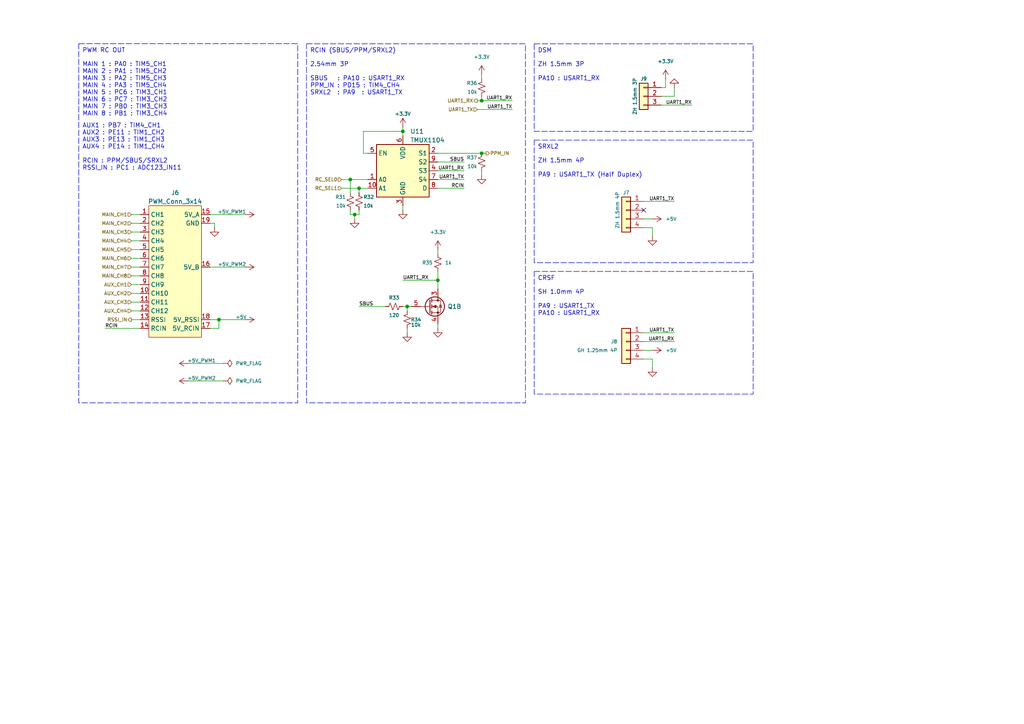
<source format=kicad_sch>
(kicad_sch (version 20250114) (generator "eeschema") (generator_version "9.0")
  (paper "A4")
  (title_block (title "STM32 Flight Controller") (date "2025-06-23") (rev "2.0.0 (WIP)") (company "NARAE") (comment 1 "INHA Univ. Areo-modelling Club") (comment 2 "2024 Winter UAV Project ") (comment 3 "Reversion 2"))
  (lib_symbols
    (symbol "Connector_Generic:Conn_01x03" (pin_names (offset 1.016) (hide yes))
      (property "Reference" "J" (at 0 5.08 0))
      (property "Value" "Conn_01x03" (at 0 -5.08 0))
      (symbol "Conn_01x03_1_1"
        (rectangle (start -1.27 3.81) (end 1.27 -3.81) (stroke (width 0.254)) (fill (type background)))
        (rectangle (start -1.27 2.667) (end 0 2.413) (stroke (width 0.1524)))
        (rectangle (start -1.27 0.127) (end 0 -0.127) (stroke (width 0.1524)))
        (rectangle (start -1.27 -2.413) (end 0 -2.667) (stroke (width 0.1524)))
        (pin passive line (at -5.08 2.54 0) (length 3.81) (name "Pin_1") (number "1"))
        (pin passive line (at -5.08 0 0) (length 3.81) (name "Pin_2") (number "2"))
        (pin passive line (at -5.08 -2.54 0) (length 3.81) (name "Pin_3") (number "3"))
      )
    )
    (symbol "Connector_Generic:Conn_01x04" (pin_names (offset 1.016) (hide yes))
      (property "Reference" "J" (at 0 5.08 0))
      (property "Value" "Conn_01x04" (at 0 -7.62 0))
      (symbol "Conn_01x04_1_1"
        (rectangle (start -1.27 3.81) (end 1.27 -6.35) (stroke (width 0.254)) (fill (type background)))
        (rectangle (start -1.27 2.667) (end 0 2.413) (stroke (width 0.1524)))
        (rectangle (start -1.27 0.127) (end 0 -0.127) (stroke (width 0.1524)))
        (rectangle (start -1.27 -2.413) (end 0 -2.667) (stroke (width 0.1524)))
        (rectangle (start -1.27 -4.953) (end 0 -5.207) (stroke (width 0.1524)))
        (pin passive line (at -5.08 2.54 0) (length 3.81) (name "Pin_1") (number "1"))
        (pin passive line (at -5.08 0 0) (length 3.81) (name "Pin_2") (number "2"))
        (pin passive line (at -5.08 -2.54 0) (length 3.81) (name "Pin_3") (number "3"))
        (pin passive line (at -5.08 -5.08 0) (length 3.81) (name "Pin_4") (number "4"))
      )
    )
    (symbol "Device:R_Small_US" (pin_numbers (hide yes)) (pin_names (offset 0.254) (hide yes))
      (property "Reference" "R" (at 0.762 0.508 0))
      (property "Value" "R_Small_US" (at 0.762 -1.016 0))
      (symbol "R_Small_US_1_1"
        (polyline (pts (xy 0 1.524) (xy 1.016 1.143) (xy 0 0.762) (xy -1.016 0.381) (xy 0 0)))
        (polyline (pts (xy 0 0) (xy 1.016 -0.381) (xy 0 -0.762) (xy -1.016 -1.143) (xy 0 -1.524)))
        (pin passive line (at 0 2.54 270) (length 1.016) (name "~") (number "1"))
        (pin passive line (at 0 -2.54 90) (length 1.016) (name "~") (number "2"))
      )
    )
    (symbol "Nexperia_PMD:PMDPB30XN" (pin_names (offset 0) (hide yes))
      (property "Reference" "Q" (at 5.08 1.905 0))
      (property "Value" "PMDPB30XN" (at 5.08 0 0))
      (symbol "PMDPB30XN_0_1"
        (polyline (pts (xy 0.254 1.905) (xy 0.254 -1.905)) (stroke (width 0.254)))
        (polyline (pts (xy 0.254 0) (xy -2.54 0)))
        (polyline (pts (xy 0.762 2.286) (xy 0.762 1.27)) (stroke (width 0.254)))
        (polyline (pts (xy 0.762 0.508) (xy 0.762 -0.508)) (stroke (width 0.254)))
        (polyline (pts (xy 0.762 -1.27) (xy 0.762 -2.286)) (stroke (width 0.254)))
        (polyline (pts (xy 0.762 -1.778) (xy 3.302 -1.778) (xy 3.302 1.778) (xy 0.762 1.778)))
        (polyline (pts (xy 1.016 0) (xy 2.032 0.381) (xy 2.032 -0.381) (xy 1.016 0)) (fill (type outline)))
        (circle (center 1.651 0) (radius 2.794) (stroke (width 0.254)))
        (polyline (pts (xy 2.54 2.54) (xy 2.54 1.778)))
        (circle (center 2.54 1.778) (radius 0.254) (fill (type outline)))
        (circle (center 2.54 -1.778) (radius 0.254) (fill (type outline)))
        (polyline (pts (xy 2.54 -2.54) (xy 2.54 0) (xy 0.762 0)))
        (polyline (pts (xy 2.921 0.381) (xy 3.683 0.381)))
        (polyline (pts (xy 3.302 0.381) (xy 2.921 -0.254) (xy 3.683 -0.254) (xy 3.302 0.381)))
      )
      (symbol "PMDPB30XN_1_0"
        (pin passive line (at 2.54 5.08 270) (length 2.54) (hide yes) (name "D") (number "7"))
      )
      (symbol "PMDPB30XN_1_1"
        (pin input line (at -5.08 0 0) (length 2.54) (name "G") (number "2"))
        (pin passive line (at 2.54 5.08 270) (length 2.54) (name "D") (number "6"))
        (pin passive line (at 2.54 -5.08 90) (length 2.54) (name "S") (number "1"))
      )
      (symbol "PMDPB30XN_2_0"
        (pin passive line (at 2.54 5.08 270) (length 2.54) (hide yes) (name "D") (number "8"))
      )
      (symbol "PMDPB30XN_2_1"
        (pin input line (at -5.08 0 0) (length 2.54) (name "G") (number "5"))
        (pin passive line (at 2.54 5.08 270) (length 2.54) (name "D") (number "3"))
        (pin passive line (at 2.54 -5.08 90) (length 2.54) (name "S") (number "4"))
      )
    )
    (symbol "PWM_Connector:PWM_Conn_3x14"
      (property "Reference" "J" (at 0 22.098 0))
      (property "Value" "PWM_Conn_3x14" (at 0 20.066 0))
      (symbol "PWM_Conn_3x14_0_1"
        (rectangle (start -7.62 19.05) (end 7.62 -19.05) (fill (type background)))
      )
      (symbol "PWM_Conn_3x14_1_1"
        (pin bidirectional line (at -10.16 16.51 0) (length 2.54) (name "CH1") (number "1"))
        (pin bidirectional line (at -10.16 13.97 0) (length 2.54) (name "CH2") (number "2"))
        (pin bidirectional line (at -10.16 11.43 0) (length 2.54) (name "CH3") (number "3"))
        (pin bidirectional line (at -10.16 8.89 0) (length 2.54) (name "CH4") (number "4"))
        (pin bidirectional line (at -10.16 6.35 0) (length 2.54) (name "CH5") (number "5"))
        (pin bidirectional line (at -10.16 3.81 0) (length 2.54) (name "CH6") (number "6"))
        (pin bidirectional line (at -10.16 1.27 0) (length 2.54) (name "CH7") (number "7"))
        (pin bidirectional line (at -10.16 -1.27 0) (length 2.54) (name "CH8") (number "8"))
        (pin bidirectional line (at -10.16 -3.81 0) (length 2.54) (name "CH9") (number "9"))
        (pin bidirectional line (at -10.16 -6.35 0) (length 2.54) (name "CH10") (number "10"))
        (pin bidirectional line (at -10.16 -8.89 0) (length 2.54) (name "CH11") (number "11"))
        (pin bidirectional line (at -10.16 -11.43 0) (length 2.54) (name "CH12") (number "12"))
        (pin bidirectional line (at -10.16 -13.97 0) (length 2.54) (name "RSSI") (number "13"))
        (pin bidirectional line (at -10.16 -16.51 0) (length 2.54) (name "RCIN") (number "14"))
        (pin passive line (at 10.16 16.51 180) (length 2.54) (name "5V_A") (number "15"))
        (pin passive line (at 10.16 13.97 180) (length 2.54) (name "GND") (number "19"))
        (pin passive line (at 10.16 1.27 180) (length 2.54) (name "5V_B") (number "16"))
        (pin passive line (at 10.16 -13.97 180) (length 2.54) (name "5V_RSSI") (number "18"))
        (pin passive line (at 10.16 -16.51 180) (length 2.54) (name "5V_RCIN") (number "17"))
      )
    )
    (symbol "TMUX1104:TMUX1104"
      (property "Reference" "U" (at 0 0 0))
      (symbol "TMUX1104_0_1"
        (rectangle (start -7.62 7.62) (end 7.62 -7.62) (stroke (width 0.254)) (fill (type background)))
      )
      (symbol "TMUX1104_1_1"
        (pin input line (at -10.16 5.08 0) (length 2.54) (name "EN") (number "5"))
        (pin input line (at -10.16 -2.54 0) (length 2.54) (name "A0") (number "1"))
        (pin input line (at -10.16 -5.08 0) (length 2.54) (name "A1") (number "10"))
        (pin power_in line (at 0 10.16 270) (length 2.54) (name "VDD") (number "6"))
        (pin power_in line (at 0 -10.16 90) (length 2.54) (name "GND") (number "3"))
        (pin passive line (at 10.16 5.08 180) (length 2.54) (name "S1") (number "2"))
        (pin passive line (at 10.16 2.54 180) (length 2.54) (name "S2") (number "9"))
        (pin passive line (at 10.16 0 180) (length 2.54) (name "S3") (number "4"))
        (pin passive line (at 10.16 -2.54 180) (length 2.54) (name "S4") (number "7"))
        (pin passive line (at 10.16 -5.08 180) (length 2.54) (name "D") (number "8"))
      )
    )
    (symbol "power:+3.3V" (power) (pin_numbers (hide yes)) (pin_names (offset 0) (hide yes))
      (property "Value" "+3.3V" (at 0 3.556 0))
      (symbol "+3.3V_0_1"
        (polyline (pts (xy -0.762 1.27) (xy 0 2.54)))
        (polyline (pts (xy 0 2.54) (xy 0.762 1.27)))
        (polyline (pts (xy 0 0) (xy 0 2.54)))
      )
      (symbol "+3.3V_1_1"
        (pin power_in line (at 0 0 90) (length 0) (name "~") (number "1"))
      )
    )
    (symbol "power:+5V" (power) (pin_numbers (hide yes)) (pin_names (offset 0) (hide yes))
      (property "Value" "+5V" (at 0 3.556 0))
      (symbol "+5V_0_1"
        (polyline (pts (xy -0.762 1.27) (xy 0 2.54)))
        (polyline (pts (xy 0 2.54) (xy 0.762 1.27)))
        (polyline (pts (xy 0 0) (xy 0 2.54)))
      )
      (symbol "+5V_1_1"
        (pin power_in line (at 0 0 90) (length 0) (name "~") (number "1"))
      )
    )
    (symbol "power:GND" (power) (pin_numbers (hide yes)) (pin_names (offset 0) (hide yes))
      (property "Value" "GND" (at 0 -3.81 0))
      (symbol "GND_0_1"
        (polyline (pts (xy 0 0) (xy 0 -1.27) (xy 1.27 -1.27) (xy 0 -2.54) (xy -1.27 -1.27) (xy 0 -1.27)))
      )
      (symbol "GND_1_1"
        (pin power_in line (at 0 0 270) (length 0) (name "~") (number "1"))
      )
    )
    (symbol "power:PWR_FLAG" (power) (pin_numbers (hide yes)) (pin_names (offset 0) (hide yes))
      (property "Value" "PWR_FLAG" (at 0 3.81 0))
      (symbol "PWR_FLAG_0_0"
        (pin power_out line (at 0 0 90) (length 0) (name "~") (number "1"))
      )
      (symbol "PWR_FLAG_0_1"
        (polyline (pts (xy 0 0) (xy 0 1.27) (xy -1.016 1.905) (xy 0 2.54) (xy 1.016 1.905) (xy 0 1.27)))
      )
    )
  )
  (rectangle (start 154.94 12.7) (end 218.44 38.1) (stroke (width 0) (type dash)))
  (rectangle (start 22.8481 12.6751) (end 86.3481 116.84) (stroke (width 0) (type dash)))
  (rectangle (start 154.94 78.74) (end 218.44 114.3) (stroke (width 0) (type dash)))
  (rectangle (start 88.9 12.7) (end 152.4 116.84) (stroke (width 0) (type dash)))
  (rectangle (start 154.94 40.64) (end 218.44 76.2) (stroke (width 0) (type dash)))
  (text "CRSF" (at 155.956 81.534 0) (effects (font (size 1.27 1.27)) (justify left bottom)))
  (text "RCIN (SBUS/PPM/SRXL2)" (at 89.916 15.494 0) (effects (font (size 1.27 1.27)) (justify left bottom)))
  (text "ZH 1.5mm 3P\n\nPA10 : USART1_RX" (at 155.956 18.034 0) (effects (font (size 1.27 1.27)) (justify left top)))
  (text "SRXL2" (at 155.956 43.434 0) (effects (font (size 1.27 1.27)) (justify left bottom)))
  (text "2.54mm 3P\n\nSBUS   : PA10 : USART1_RX\nPPM_IN : PD15 : TIM4_CH4\nSRXL2  : PA9  : USART1_TX\n" (at 89.916 18.034 0) (effects (font (size 1.27 1.27)) (justify left top)))
  (text "SH 1.0mm 4P\n\nPA9 : USART1_TX\nPA10 : USART1_RX\n" (at 155.956 84.074 0) (effects (font (size 1.27 1.27)) (justify left top)))
  (text "DSM" (at 155.956 15.494 0) (effects (font (size 1.27 1.27)) (justify left bottom)))
  (text "MAIN 1 : PA0 : TIM5_CH1\nMAIN 2 : PA1 : TIM5_CH2\nMAIN 3 : PA2 : TIM5_CH3\nMAIN 4 : PA3 : TIM5_CH4\nMAIN 5 : PC6 : TIM3_CH1\nMAIN 6 : PC7 : TIM3_CH2\nMAIN 7 : PB0 : TIM3_CH3\nMAIN 8 : PB1 : TIM3_CH4" (at 23.8641 18.0091 0) (effects (font (size 1.27 1.27)) (justify left top)))
  (text "PWM RC OUT" (at 23.8641 15.4691 0) (effects (font (size 1.27 1.27)) (justify left bottom)))
  (text "AUX1 : PB7 : TIM4_CH1\nAUX2 : PE11 : TIM1_CH2\nAUX3 : PE13 : TIM1_CH3\nAUX4 : PE14 : TIM1_CH4\n\nRCIN : PPM/SBUS/SRXL2\nRSSI_IN : PC1 : ADC123_IN11" (at 23.8641 35.7891 0) (effects (font (size 1.27 1.27)) (justify left top)))
  (text "ZH 1.5mm 4P\n\nPA9 : USART1_TX (Half Duplex)" (at 155.956 45.974 0) (effects (font (size 1.27 1.27)) (justify left top)))
  (junction (at 139.7 44.45))
  (junction (at 139.7 29.21))
  (junction (at 102.87 62.23))
  (junction (at 104.14 54.61))
  (junction (at 63.5 92.71))
  (junction (at 101.6 52.07))
  (junction (at 127 81.28))
  (junction (at 116.84 38.1))
  (junction (at 118.11 88.9))
  (no_connect (at 186.69 60.96))
  (wire (pts (xy 118.11 88.9) (xy 119.38 88.9)))
  (wire (pts (xy 101.6 62.23) (xy 102.87 62.23)))
  (wire (pts (xy 106.68 44.45) (xy 105.41 44.45)))
  (wire (pts (xy 127 49.53) (xy 134.62 49.53)))
  (wire (pts (xy 38.1 62.23) (xy 40.64 62.23)))
  (wire (pts (xy 138.43 31.75) (xy 148.59 31.75)))
  (wire (pts (xy 101.6 60.96) (xy 101.6 62.23)))
  (wire (pts (xy 139.7 27.94) (xy 139.7 29.21)))
  (wire (pts (xy 127 81.28) (xy 116.84 81.28)))
  (wire (pts (xy 106.68 52.07) (xy 101.6 52.07)))
  (wire (pts (xy 139.7 49.53) (xy 139.7 50.8)))
  (wire (pts (xy 191.77 27.94) (xy 195.58 27.94)))
  (wire (pts (xy 38.1 80.01) (xy 40.64 80.01)))
  (wire (pts (xy 139.7 44.45) (xy 140.97 44.45)))
  (wire (pts (xy 186.69 101.6) (xy 189.23 101.6)))
  (wire (pts (xy 40.64 82.55) (xy 38.1 82.55)))
  (wire (pts (xy 118.11 88.9) (xy 118.11 90.17)))
  (wire (pts (xy 104.14 54.61) (xy 99.06 54.61)))
  (wire (pts (xy 62.23 64.77) (xy 62.23 66.04)))
  (wire (pts (xy 186.69 96.52) (xy 195.58 96.52)))
  (wire (pts (xy 101.6 52.07) (xy 99.06 52.07)))
  (wire (pts (xy 134.62 46.99) (xy 127 46.99)))
  (wire (pts (xy 127 93.98) (xy 127 95.25)))
  (wire (pts (xy 40.64 87.63) (xy 38.1 87.63)))
  (wire (pts (xy 189.23 66.04) (xy 189.23 68.58)))
  (wire (pts (xy 101.6 52.07) (xy 101.6 55.88)))
  (wire (pts (xy 40.64 92.71) (xy 38.1 92.71)))
  (wire (pts (xy 63.5 92.71) (xy 63.5 95.25)))
  (wire (pts (xy 60.96 95.25) (xy 63.5 95.25)))
  (wire (pts (xy 38.1 67.31) (xy 40.64 67.31)))
  (wire (pts (xy 186.69 58.42) (xy 195.58 58.42)))
  (wire (pts (xy 105.41 38.1) (xy 116.84 38.1)))
  (wire (pts (xy 102.87 62.23) (xy 104.14 62.23)))
  (wire (pts (xy 127 78.74) (xy 127 81.28)))
  (wire (pts (xy 127 52.07) (xy 134.62 52.07)))
  (wire (pts (xy 127 44.45) (xy 139.7 44.45)))
  (wire (pts (xy 38.1 72.39) (xy 40.64 72.39)))
  (wire (pts (xy 186.69 104.14) (xy 189.23 104.14)))
  (wire (pts (xy 40.64 95.25) (xy 30.48 95.25)))
  (wire (pts (xy 105.41 44.45) (xy 105.41 38.1)))
  (wire (pts (xy 193.04 25.4) (xy 191.77 25.4)))
  (wire (pts (xy 104.14 60.96) (xy 104.14 62.23)))
  (wire (pts (xy 118.11 95.25) (xy 118.11 96.52)))
  (wire (pts (xy 139.7 29.21) (xy 148.59 29.21)))
  (wire (pts (xy 102.87 62.23) (xy 102.87 63.5)))
  (wire (pts (xy 186.69 99.06) (xy 195.58 99.06)))
  (wire (pts (xy 63.5 92.71) (xy 60.96 92.71)))
  (wire (pts (xy 40.64 90.17) (xy 38.1 90.17)))
  (wire (pts (xy 116.84 88.9) (xy 118.11 88.9)))
  (wire (pts (xy 71.12 92.71) (xy 63.5 92.71)))
  (wire (pts (xy 38.1 74.93) (xy 40.64 74.93)))
  (wire (pts (xy 189.23 104.14) (xy 189.23 106.68)))
  (wire (pts (xy 127 72.39) (xy 127 73.66)))
  (wire (pts (xy 116.84 59.69) (xy 116.84 60.96)))
  (wire (pts (xy 139.7 21.59) (xy 139.7 22.86)))
  (wire (pts (xy 54.61 105.41) (xy 64.77 105.41)))
  (wire (pts (xy 38.1 77.47) (xy 40.64 77.47)))
  (wire (pts (xy 104.14 54.61) (xy 104.14 55.88)))
  (wire (pts (xy 127 81.28) (xy 127 83.82)))
  (wire (pts (xy 111.76 88.9) (xy 104.14 88.9)))
  (wire (pts (xy 186.69 63.5) (xy 189.23 63.5)))
  (wire (pts (xy 38.1 64.77) (xy 40.64 64.77)))
  (wire (pts (xy 195.58 27.94) (xy 195.58 25.4)))
  (wire (pts (xy 40.64 85.09) (xy 38.1 85.09)))
  (wire (pts (xy 116.84 38.1) (xy 116.84 39.37)))
  (wire (pts (xy 138.43 29.21) (xy 139.7 29.21)))
  (wire (pts (xy 71.12 77.47) (xy 60.96 77.47)))
  (wire (pts (xy 116.84 36.83) (xy 116.84 38.1)))
  (wire (pts (xy 60.96 64.77) (xy 62.23 64.77)))
  (wire (pts (xy 106.68 54.61) (xy 104.14 54.61)))
  (wire (pts (xy 134.62 54.61) (xy 127 54.61)))
  (wire (pts (xy 38.1 69.85) (xy 40.64 69.85)))
  (wire (pts (xy 193.04 22.86) (xy 193.04 25.4)))
  (wire (pts (xy 191.77 30.48) (xy 200.66 30.48)))
  (wire (pts (xy 186.69 66.04) (xy 189.23 66.04)))
  (wire (pts (xy 71.12 62.23) (xy 60.96 62.23)))
  (wire (pts (xy 54.61 110.49) (xy 64.77 110.49)))
  (label "UART1_RX" (at 116.84 81.28 0) (effects (font (size 1 1))))
  (label "SBUS" (at 134.62 46.99 180) (effects (font (size 1 1))))
  (label "UART1_RX" (at 148.59 29.21 180) (effects (font (size 1 1))))
  (label "RCIN" (at 30.48 95.25 0) (effects (font (size 1 1))))
  (label "SBUS" (at 104.14 88.9 0) (effects (font (size 1 1))))
  (label "UART1_RX" (at 195.58 99.06 180) (effects (font (size 1 1))))
  (label "UART1_TX" (at 148.59 31.75 180) (effects (font (size 1 1))))
  (label "UART1_TX" (at 195.58 58.42 180) (effects (font (size 1 1))))
  (label "UART1_RX" (at 200.66 30.48 180) (effects (font (size 1 1))))
  (label "UART1_TX" (at 195.58 96.52 180) (effects (font (size 1 1))))
  (label "UART1_RX" (at 134.62 49.53 180) (effects (font (size 1 1))))
  (label "RCIN" (at 134.62 54.61 180) (effects (font (size 1 1))))
  (label "UART1_TX" (at 134.62 52.07 180) (effects (font (size 1 1))))
  (hierarchical_label "RC_SEL0" (shape input) (at 99.06 52.07 180) (effects (font (size 1 1))))
  (hierarchical_label "AUX_CH3" (shape input) (at 38.1 87.63 180) (effects (font (size 1 1))))
  (hierarchical_label "MAIN_CH2" (shape input) (at 38.1 64.77 180) (effects (font (size 1 1))))
  (hierarchical_label "AUX_CH1" (shape input) (at 38.1 82.55 180) (effects (font (size 1 1))))
  (hierarchical_label "UART1_RX" (shape output) (at 138.43 29.21 180) (effects (font (size 1 1))))
  (hierarchical_label "MAIN_CH3" (shape input) (at 38.1 67.31 180) (effects (font (size 1 1))))
  (hierarchical_label "AUX_CH2" (shape input) (at 38.1 85.09 180) (effects (font (size 1 1))))
  (hierarchical_label "AUX_CH4" (shape input) (at 38.1 90.17 180) (effects (font (size 1 1))))
  (hierarchical_label "MAIN_CH6" (shape input) (at 38.1 74.93 180) (effects (font (size 1 1))))
  (hierarchical_label "MAIN_CH4" (shape input) (at 38.1 69.85 180) (effects (font (size 1 1))))
  (hierarchical_label "MAIN_CH7" (shape input) (at 38.1 77.47 180) (effects (font (size 1 1))))
  (hierarchical_label "UART1_TX" (shape input) (at 138.43 31.75 180) (effects (font (size 1 1))))
  (hierarchical_label "MAIN_CH8" (shape input) (at 38.1 80.01 180) (effects (font (size 1 1))))
  (hierarchical_label "MAIN_CH5" (shape input) (at 38.1 72.39 180) (effects (font (size 1 1))))
  (hierarchical_label "RC_SEL1" (shape input) (at 99.06 54.61 180) (effects (font (size 1 1))))
  (hierarchical_label "PPM_IN" (shape output) (at 140.97 44.45 0) (effects (font (size 1 1))))
  (hierarchical_label "RSSI_IN" (shape output) (at 38.1 92.71 180) (effects (font (size 1 1))))
  (hierarchical_label "MAIN_CH1" (shape input) (at 38.1 62.23 180) (effects (font (size 1 1))))
  (symbol (lib_id "power:+5V") (at 189.23 101.6 270) (unit 1)
    (property "Reference" "#PWR098" (effects (hide yes)))
    (property "Value" "+5V" (at 193.04 101.5999 90) (effects (font (size 1 1)) (justify left)))
    (property "Description" "Power symbol creates a global label with name \"+5V\"" (effects (hide yes)))
  )
  (symbol (lib_id "Device:R_Small_US") (at 118.11 92.71 0) (mirror y) (unit 1)
    (property "Reference" "R34" (at 120.65 92.71 0) (effects (font (size 1 1))))
    (property "Value" "10k" (at 120.65 94.234 0) (effects (font (size 1 1))))
    (property "Footprint" "Resistor_SMD:R_0402_1005Metric" (effects (hide yes)))
    (property "Description" "Resistor, small US symbol" (effects (hide yes)))
    (property "LCSC" "C25531" (effects (hide yes)))
  )
  (symbol (lib_id "power:+3.3V") (at 193.04 22.86 0) (unit 1)
    (property "Reference" "#PWR048" (effects (hide yes)))
    (property "Value" "+3.3V" (at 193.04 17.78 0) (effects (font (size 1 1))))
    (property "Description" "Power symbol creates a global label with name \"+3.3V\"" (effects (hide yes)))
  )
  (symbol (lib_id "power:+3.3V") (at 127 72.39 0) (unit 1)
    (property "Reference" "#PWR049" (effects (hide yes)))
    (property "Value" "+3.3V" (at 127 67.31 0) (effects (font (size 1 1))))
    (property "Description" "Power symbol creates a global label with name \"+3.3V\"" (effects (hide yes)))
  )
  (symbol (lib_id "Device:R_Small_US") (at 139.7 25.4 0) (mirror y) (unit 1)
    (property "Reference" "R36" (at 138.43 24.13 0) (effects (font (size 1 1)) (justify left)))
    (property "Value" "10k" (at 138.43 26.67 0) (effects (font (size 1 1)) (justify left)))
    (property "Footprint" "Resistor_SMD:R_0402_1005Metric" (effects (hide yes)))
    (property "Description" "Resistor, small US symbol" (effects (hide yes)))
    (property "LCSC" "C25531" (effects (hide yes)))
  )
  (symbol (lib_id "power:GND") (at 118.11 96.52 0) (unit 1)
    (property "Reference" "#PWR091" (effects (hide yes)))
    (property "Value" "GND" (effects (hide yes)))
    (property "Description" "Power symbol creates a global label with name \"GND\" , ground" (effects (hide yes)))
  )
  (symbol (lib_id "Device:R_Small_US") (at 139.7 46.99 0) (mirror y) (unit 1)
    (property "Reference" "R37" (at 138.43 45.72 0) (effects (font (size 1 1)) (justify left)))
    (property "Value" "10k" (at 138.43 48.26 0) (effects (font (size 1 1)) (justify left)))
    (property "Footprint" "Resistor_SMD:R_0402_1005Metric" (effects (hide yes)))
    (property "Description" "Resistor, small US symbol" (effects (hide yes)))
    (property "LCSC" "C25531" (effects (hide yes)))
  )
  (symbol (lib_id "power:+5V") (at 71.12 92.71 270) (mirror x) (unit 1)
    (property "Reference" "#PWR087" (effects (hide yes)))
    (property "Value" "+5V" (at 68.326 91.948 90) (effects (font (size 1 1)) (justify left)))
    (property "Description" "Power symbol creates a global label with name \"+5V\"" (effects (hide yes)))
  )
  (symbol (lib_id "power:+5V") (at 71.12 77.47 270) (mirror x) (unit 1)
    (property "Reference" "#PWR086" (effects (hide yes)))
    (property "Value" "+5V_PWM2" (at 71.374 77.216 90) (effects (font (size 1 1)) (justify right top)))
    (property "Description" "Power symbol creates a global label with name \"+5V\"" (effects (hide yes)))
  )
  (symbol (lib_id "Device:R_Small_US") (at 101.6 58.42 0) (unit 1)
    (property "Reference" "R31" (at 100.33 57.15 0) (effects (font (size 1 1)) (justify right)))
    (property "Value" "10k" (at 100.33 59.69 0) (effects (font (size 1 1)) (justify right)))
    (property "Footprint" "Resistor_SMD:R_0402_1005Metric" (effects (hide yes)))
    (property "Description" "Resistor, small US symbol" (effects (hide yes)))
    (property "LCSC" "C25531" (effects (hide yes)))
  )
  (symbol (lib_id "Connector_Generic:Conn_01x04") (at 181.61 60.96 0) (mirror y) (unit 1)
    (property "Reference" "J7" (at 181.61 55.88 0) (effects (font (size 1 1))))
    (property "Value" "ZH 1.5mm 4P" (at 179.07 60.96 90) (effects (font (size 1 1))))
    (property "Footprint" "JST_ZH:JST_ZH_S4B-ZR-SM4A-TF_1x04-1MP_P1.50mm_Horizontal" (effects (hide yes)))
    (property "Description" "Generic connector, single row, 01x04, script generated (kicad-library-utils/schlib/autogen/connector/)" (effects (hide yes)))
    (property "LCSC" "C485354" (effects (hide yes)))
  )
  (symbol (lib_id "power:+3.3V") (at 139.7 21.59 0) (unit 1)
    (property "Reference" "#PWR043" (effects (hide yes)))
    (property "Value" "+3.3V" (at 139.7 16.51 0) (effects (font (size 1 1))))
    (property "Description" "Power symbol creates a global label with name \"+3.3V\"" (effects (hide yes)))
  )
  (symbol (lib_id "power:GND") (at 189.23 68.58 0) (unit 1)
    (property "Reference" "#PWR097" (effects (hide yes)))
    (property "Value" "GND" (effects (hide yes)))
    (property "Description" "Power symbol creates a global label with name \"GND\" , ground" (effects (hide yes)))
  )
  (symbol (lib_id "power:+5V") (at 71.12 62.23 270) (mirror x) (unit 1)
    (property "Reference" "#PWR085" (effects (hide yes)))
    (property "Value" "+5V_PWM1" (at 71.374 61.976 90) (effects (font (size 1 1)) (justify right top)))
    (property "Description" "Power symbol creates a global label with name \"+5V\"" (effects (hide yes)))
  )
  (symbol (lib_id "Connector_Generic:Conn_01x04") (at 181.61 99.06 0) (mirror y) (unit 1)
    (property "Reference" "J8" (at 179.07 99.06 0) (effects (font (size 1 1)) (justify left)))
    (property "Value" "GH 1.25mm 4P" (at 179.07 101.6 0) (effects (font (size 1 1)) (justify left)))
    (property "Footprint" "JST_GH:JST_GH_SM04B-GHS-TB_04x1.25mm_Angled" (effects (hide yes)))
    (property "Description" "Generic connector, single row, 01x04, script generated (kicad-library-utils/schlib/autogen/connector/)" (effects (hide yes)))
    (property "LCSC" "C189895" (effects (hide yes)))
  )
  (symbol (lib_id "power:GND") (at 139.7 50.8 0) (mirror y) (unit 1)
    (property "Reference" "#PWR095" (effects (hide yes)))
    (property "Value" "GND" (effects (hide yes)))
    (property "Description" "Power symbol creates a global label with name \"GND\" , ground" (effects (hide yes)))
  )
  (symbol (lib_id "power:GND") (at 195.58 25.4 180) (unit 1)
    (property "Reference" "#PWR0101" (effects (hide yes)))
    (property "Value" "GND" (effects (hide yes)))
    (property "Description" "Power symbol creates a global label with name \"GND\" , ground" (effects (hide yes)))
  )
  (symbol (lib_id "Device:R_Small_US") (at 104.14 58.42 0) (unit 1)
    (property "Reference" "R32" (at 105.41 57.15 0) (effects (font (size 1 1)) (justify left)))
    (property "Value" "10k" (at 105.41 59.69 0) (effects (font (size 1 1)) (justify left)))
    (property "Footprint" "Resistor_SMD:R_0402_1005Metric" (effects (hide yes)))
    (property "Description" "Resistor, small US symbol" (effects (hide yes)))
    (property "LCSC" "C25531" (effects (hide yes)))
  )
  (symbol (lib_id "power:+5V") (at 54.61 105.41 90) (unit 1)
    (property "Reference" "#PWR082" (effects (hide yes)))
    (property "Value" "+5V_PWM1" (at 54.356 105.156 90) (effects (font (size 1 1)) (justify right top)))
    (property "Description" "Power symbol creates a global label with name \"+5V\"" (effects (hide yes)))
  )
  (symbol (lib_id "Nexperia_PMD:PMDPB30XN") (at 124.46 88.9 0) (unit 2)
    (property "Reference" "Q1" (at 129.794 88.9 0) (effects (justify left)))
    (property "Value" "PMDPB30XN" (effects (hide yes)))
    (property "Footprint" "Nexperia_SOT1118:Nexperia_SOT1118" (effects (hide yes)))
    (property "Description" "Dual NMOS transistor, 6 pin package" (effects (hide yes)))
    (property "LCSC" "C478009" (effects (hide yes)))
  )
  (symbol (lib_id "power:+3.3V") (at 116.84 36.83 0) (unit 1)
    (property "Reference" "#PWR089" (effects (hide yes)))
    (property "Value" "+3.3V" (at 116.84 33.02 0) (effects (font (size 1 1))))
    (property "Description" "Power symbol creates a global label with name \"+3.3V\"" (effects (hide yes)))
  )
  (symbol (lib_id "power:GND") (at 62.23 66.04 0) (unit 1)
    (property "Reference" "#PWR084" (effects (hide yes)))
    (property "Value" "GND" (effects (hide yes)))
    (property "Description" "Power symbol creates a global label with name \"GND\" , ground" (effects (hide yes)))
  )
  (symbol (lib_id "power:+5V") (at 189.23 63.5 270) (unit 1)
    (property "Reference" "#PWR096" (effects (hide yes)))
    (property "Value" "+5V" (at 193.04 63.4999 90) (effects (font (size 1 1)) (justify left)))
    (property "Description" "Power symbol creates a global label with name \"+5V\"" (effects (hide yes)))
  )
  (symbol (lib_id "power:GND") (at 189.23 106.68 0) (unit 1)
    (property "Reference" "#PWR099" (effects (hide yes)))
    (property "Value" "GND" (effects (hide yes)))
    (property "Description" "Power symbol creates a global label with name \"GND\" , ground" (effects (hide yes)))
  )
  (symbol (lib_id "power:PWR_FLAG") (at 64.77 105.41 270) (unit 1)
    (property "Reference" "#FLG08" (effects (hide yes)))
    (property "Value" "PWR_FLAG" (at 72.136 105.41 90) (effects (font (size 1 1))))
    (property "Description" "Special symbol for telling ERC where power comes from" (effects (hide yes)))
  )
  (symbol (lib_id "Device:R_Small_US") (at 127 76.2 0) (unit 1)
    (property "Reference" "R35" (at 123.952 76.2 0) (effects (font (size 1 1))))
    (property "Value" "1k" (at 130.048 76.2 0) (effects (font (size 1 1))))
    (property "Footprint" "Resistor_SMD:R_0402_1005Metric" (effects (hide yes)))
    (property "Description" "Resistor, small US symbol" (effects (hide yes)))
    (property "LCSC" "C106235" (effects (hide yes)))
  )
  (symbol (lib_id "Connector_Generic:Conn_01x03") (at 186.69 27.94 0) (mirror y) (unit 1)
    (property "Reference" "J9" (at 186.69 22.86 0) (effects (font (size 1 1))))
    (property "Value" "ZH 1.5mm 3P" (at 184.15 27.94 90) (effects (font (size 1 1))))
    (property "Footprint" "JST_ZH:JST_ZH_S3B-ZR-SM4A-TF_1x03-1MP_P1.50mm_Horizontal" (effects (hide yes)))
    (property "Description" "Generic connector, single row, 01x03, script generated (kicad-library-utils/schlib/autogen/connector/)" (effects (hide yes)))
    (property "LCSC" "C72591" (effects (hide yes)))
  )
  (symbol (lib_id "power:GND") (at 102.87 63.5 0) (unit 1)
    (property "Reference" "#PWR088" (effects (hide yes)))
    (property "Value" "GND" (effects (hide yes)))
    (property "Description" "Power symbol creates a global label with name \"GND\" , ground" (effects (hide yes)))
  )
  (symbol (lib_id "power:+5V") (at 54.61 110.49 90) (unit 1)
    (property "Reference" "#PWR083" (effects (hide yes)))
    (property "Value" "+5V_PWM2" (at 54.356 110.236 90) (effects (font (size 1 1)) (justify right top)))
    (property "Description" "Power symbol creates a global label with name \"+5V\"" (effects (hide yes)))
  )
  (symbol (lib_id "Device:R_Small_US") (at 114.3 88.9 90) (unit 1)
    (property "Reference" "R33" (at 114.3 86.36 90) (effects (font (size 1 1))))
    (property "Value" "120" (at 114.3 91.44 90) (effects (font (size 1 1))))
    (property "Footprint" "Resistor_SMD:R_0402_1005Metric" (effects (hide yes)))
    (property "Description" "Resistor, small US symbol" (effects (hide yes)))
    (property "LCSC" " C25079" (effects (hide yes)))
  )
  (symbol (lib_id "power:PWR_FLAG") (at 64.77 110.49 270) (unit 1)
    (property "Reference" "#FLG09" (effects (hide yes)))
    (property "Value" "PWR_FLAG" (at 72.136 110.49 90) (effects (font (size 1 1))))
    (property "Description" "Special symbol for telling ERC where power comes from" (effects (hide yes)))
  )
  (symbol (lib_id "power:GND") (at 127 95.25 0) (unit 1)
    (property "Reference" "#PWR093" (effects (hide yes)))
    (property "Value" "GND" (effects (hide yes)))
    (property "Description" "Power symbol creates a global label with name \"GND\" , ground" (effects (hide yes)))
  )
  (symbol (lib_id "PWM_Connector:PWM_Conn_3x14") (at 50.8 78.74 0) (unit 1)
    (property "Reference" "J6" (at 50.8 55.88 0))
    (property "Value" "PWM_Conn_3x14" (at 50.8 58.42 0))
    (property "Footprint" "PWM_Connector:PWM_Conn_3x14" (effects (hide yes)))
    (property "Description" "TSW-114-08-L-T-RA,  Tin Bend insert 42P -55℃~+125℃ 2.54mm Triple row Black Phosphor Bronze 2.54mm Push-Pull,P=2.54mm Pin Headers ROHS" (effects (hide yes)))
    (property "LCSC" "C3327492" (effects (hide yes)))
  )
  (symbol (lib_id "TMUX1104:TMUX1104") (at 116.84 49.53 0) (unit 1)
    (property "Reference" "U11" (at 118.9833 38.1 0) (effects (justify left)))
    (property "Value" "TMUX1104" (at 118.9833 40.64 0) (effects (justify left)))
    (property "Footprint" "Package_SON:USON-10_2.5x1.0mm_P0.5mm" (effects (hide yes)))
    (property "LCSC" "C2865387" (effects (hide yes)))
  )
  (symbol (lib_id "power:GND") (at 116.84 60.96 0) (unit 1)
    (property "Reference" "#PWR090" (effects (hide yes)))
    (property "Value" "GND" (effects (hide yes)))
    (property "Description" "Power symbol creates a global label with name \"GND\" , ground" (effects (hide yes)))
  )
)
</source>
